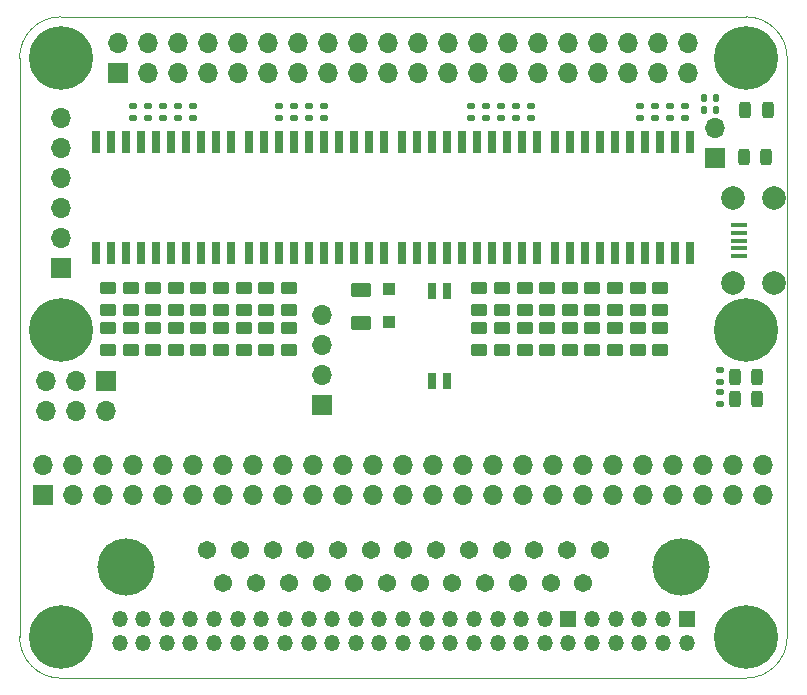
<source format=gts>
G04 #@! TF.GenerationSoftware,KiCad,Pcbnew,(6.0.4)*
G04 #@! TF.CreationDate,2022-09-08T15:32:11-05:00*
G04 #@! TF.ProjectId,rascsi_2p6,72617363-7369-45f3-9270-362e6b696361,rev?*
G04 #@! TF.SameCoordinates,PX59d60c0PY325aa00*
G04 #@! TF.FileFunction,Soldermask,Top*
G04 #@! TF.FilePolarity,Negative*
%FSLAX46Y46*%
G04 Gerber Fmt 4.6, Leading zero omitted, Abs format (unit mm)*
G04 Created by KiCad (PCBNEW (6.0.4)) date 2022-09-08 15:32:11*
%MOMM*%
%LPD*%
G01*
G04 APERTURE LIST*
G04 Aperture macros list*
%AMRoundRect*
0 Rectangle with rounded corners*
0 $1 Rounding radius*
0 $2 $3 $4 $5 $6 $7 $8 $9 X,Y pos of 4 corners*
0 Add a 4 corners polygon primitive as box body*
4,1,4,$2,$3,$4,$5,$6,$7,$8,$9,$2,$3,0*
0 Add four circle primitives for the rounded corners*
1,1,$1+$1,$2,$3*
1,1,$1+$1,$4,$5*
1,1,$1+$1,$6,$7*
1,1,$1+$1,$8,$9*
0 Add four rect primitives between the rounded corners*
20,1,$1+$1,$2,$3,$4,$5,0*
20,1,$1+$1,$4,$5,$6,$7,0*
20,1,$1+$1,$6,$7,$8,$9,0*
20,1,$1+$1,$8,$9,$2,$3,0*%
G04 Aperture macros list end*
G04 #@! TA.AperFunction,Profile*
%ADD10C,0.050000*%
G04 #@! TD*
%ADD11C,1.545000*%
%ADD12C,4.845000*%
%ADD13RoundRect,0.243750X0.243750X0.456250X-0.243750X0.456250X-0.243750X-0.456250X0.243750X-0.456250X0*%
%ADD14C,0.800000*%
%ADD15C,5.400000*%
%ADD16R,1.700000X1.700000*%
%ADD17O,1.700000X1.700000*%
%ADD18RoundRect,0.250000X-0.450000X0.262500X-0.450000X-0.262500X0.450000X-0.262500X0.450000X0.262500X0*%
%ADD19RoundRect,0.250000X-0.625000X0.375000X-0.625000X-0.375000X0.625000X-0.375000X0.625000X0.375000X0*%
%ADD20R,0.650000X1.950000*%
%ADD21RoundRect,0.135000X-0.135000X-0.185000X0.135000X-0.185000X0.135000X0.185000X-0.135000X0.185000X0*%
%ADD22RoundRect,0.135000X-0.185000X0.135000X-0.185000X-0.135000X0.185000X-0.135000X0.185000X0.135000X0*%
%ADD23RoundRect,0.250000X0.450000X-0.262500X0.450000X0.262500X-0.450000X0.262500X-0.450000X-0.262500X0*%
%ADD24R,0.750000X1.425000*%
%ADD25R,1.100000X1.100000*%
%ADD26R,1.400000X0.400000*%
%ADD27C,2.000000*%
%ADD28R,1.350000X1.350000*%
%ADD29O,1.350000X1.350000*%
G04 APERTURE END LIST*
D10*
X83800000Y10300000D02*
X141800000Y10300000D01*
X83800000Y-45696000D02*
X141800000Y-45696000D01*
X141800000Y-45696000D02*
G75*
G03*
X145300000Y-42196000I0J3500000D01*
G01*
X80300000Y6800000D02*
X80300000Y-42196000D01*
X145300000Y6800000D02*
G75*
G03*
X141800000Y10300000I-3500000J0D01*
G01*
X83800000Y10300000D02*
G75*
G03*
X80300000Y6800000I0J-3500000D01*
G01*
X80300000Y-42196000D02*
G75*
G03*
X83800000Y-45696000I3500000J0D01*
G01*
X145300000Y6800000D02*
X145300000Y-42196000D01*
D11*
X129421600Y-34830000D03*
X126651600Y-34830000D03*
X123881600Y-34830000D03*
X121111600Y-34830000D03*
X118341600Y-34830000D03*
X115571600Y-34830000D03*
X112801600Y-34830000D03*
X110031600Y-34830000D03*
X107261600Y-34830000D03*
X104491600Y-34830000D03*
X101721600Y-34830000D03*
X98951600Y-34830000D03*
X96181600Y-34830000D03*
X128036600Y-37670000D03*
X125266600Y-37670000D03*
X122496600Y-37670000D03*
X119726600Y-37670000D03*
X116956600Y-37670000D03*
X114186600Y-37670000D03*
X111416600Y-37670000D03*
X108646600Y-37670000D03*
X105876600Y-37670000D03*
X103106600Y-37670000D03*
X100336600Y-37670000D03*
X97566600Y-37670000D03*
D12*
X136321600Y-36250000D03*
X89281600Y-36250000D03*
D13*
X142767000Y-22066500D03*
X140892000Y-22066500D03*
X143641000Y2381000D03*
X141766000Y2381000D03*
X143529000Y-1556000D03*
X141654000Y-1556000D03*
D14*
X85825000Y6800000D03*
X82368109Y5368109D03*
X83800000Y8825000D03*
D15*
X83800000Y6800000D03*
D14*
X83800000Y4775000D03*
X85231891Y5368109D03*
X81775000Y6800000D03*
X85231891Y8231891D03*
X82368109Y8231891D03*
X83800000Y-18225000D03*
X81775000Y-16200000D03*
X85231891Y-17631891D03*
X82368109Y-14768109D03*
X85231891Y-14768109D03*
D15*
X83800000Y-16200000D03*
D14*
X85825000Y-16200000D03*
X82368109Y-17631891D03*
X83800000Y-14175000D03*
X85231891Y-40768109D03*
X83800000Y-44225000D03*
X82368109Y-40768109D03*
X81775000Y-42200000D03*
X85231891Y-43631891D03*
X83800000Y-40175000D03*
X82368109Y-43631891D03*
X85825000Y-42200000D03*
D15*
X83800000Y-42200000D03*
D16*
X83810000Y-10980000D03*
D17*
X83810000Y-8440000D03*
X83810000Y-5900000D03*
X83810000Y-3360000D03*
X83810000Y-820000D03*
X83810000Y1720000D03*
D14*
X141800000Y-18225000D03*
X140368109Y-17631891D03*
D15*
X141800000Y-16200000D03*
D14*
X143825000Y-16200000D03*
X141800000Y-14175000D03*
X143231891Y-17631891D03*
X143231891Y-14768109D03*
X139775000Y-16200000D03*
X140368109Y-14768109D03*
X141800000Y-40175000D03*
X143825000Y-42200000D03*
X140368109Y-43631891D03*
D15*
X141800000Y-42200000D03*
D14*
X141800000Y-44225000D03*
X140368109Y-40768109D03*
X143231891Y-40768109D03*
X143231891Y-43631891D03*
X139775000Y-42200000D03*
X143825000Y6800000D03*
X143231891Y5368109D03*
X141800000Y8825000D03*
X140368109Y5368109D03*
D15*
X141800000Y6800000D03*
D14*
X140368109Y8231891D03*
X141800000Y4775000D03*
X143231891Y8231891D03*
X139775000Y6800000D03*
D18*
X126890000Y-12687500D03*
X126890000Y-14512500D03*
D19*
X109250000Y-12800000D03*
X109250000Y-15600000D03*
D20*
X99729000Y-9710000D03*
X100999000Y-9710000D03*
X102269000Y-9710000D03*
X103539000Y-9710000D03*
X104809000Y-9710000D03*
X106079000Y-9710000D03*
X107349000Y-9710000D03*
X108619000Y-9710000D03*
X109889000Y-9710000D03*
X111159000Y-9710000D03*
X111159000Y-260000D03*
X109889000Y-260000D03*
X108619000Y-260000D03*
X107349000Y-260000D03*
X106079000Y-260000D03*
X104809000Y-260000D03*
X103539000Y-260000D03*
X102269000Y-260000D03*
X100999000Y-260000D03*
X99729000Y-260000D03*
X124113000Y-260000D03*
X122843000Y-260000D03*
X121573000Y-260000D03*
X120303000Y-260000D03*
X119033000Y-260000D03*
X117763000Y-260000D03*
X116493000Y-260000D03*
X115223000Y-260000D03*
X113953000Y-260000D03*
X112683000Y-260000D03*
X112683000Y-9710000D03*
X113953000Y-9710000D03*
X115223000Y-9710000D03*
X116493000Y-9710000D03*
X117763000Y-9710000D03*
X119033000Y-9710000D03*
X120303000Y-9710000D03*
X121573000Y-9710000D03*
X122843000Y-9710000D03*
X124113000Y-9710000D03*
D21*
X138248500Y3460500D03*
X139268500Y3460500D03*
D22*
X139607000Y-21493000D03*
X139607000Y-22513000D03*
X132812500Y2741000D03*
X132812500Y1721000D03*
X134082500Y2741000D03*
X134082500Y1721000D03*
X135352500Y2741000D03*
X135352500Y1721000D03*
X118525000Y2741000D03*
X118525000Y1721000D03*
X121065000Y2741000D03*
X121065000Y1721000D03*
X122335000Y2741000D03*
X122335000Y1721000D03*
X123605000Y2741000D03*
X123605000Y1721000D03*
X91220000Y2741000D03*
X91220000Y1721000D03*
X92490000Y2741000D03*
X92490000Y1721000D03*
X102269000Y2741000D03*
X102269000Y1721000D03*
X103539000Y2741000D03*
X103539000Y1721000D03*
X104809000Y2741000D03*
X104809000Y1721000D03*
X106079000Y2741000D03*
X106079000Y1721000D03*
D18*
X128802500Y-12687500D03*
X128802500Y-14512500D03*
X130715000Y-12687500D03*
X130715000Y-14512500D03*
X132627500Y-12687500D03*
X132627500Y-14512500D03*
X134540000Y-12687500D03*
X134540000Y-14512500D03*
X119240000Y-12687500D03*
X119240000Y-14512500D03*
X121152500Y-12687500D03*
X121152500Y-14512500D03*
X123065000Y-12687500D03*
X123065000Y-14512500D03*
X124977500Y-12687500D03*
X124977500Y-14512500D03*
X91625000Y-12687500D03*
X91625000Y-14512500D03*
X93537500Y-12687500D03*
X93537500Y-14512500D03*
X95450000Y-12687500D03*
X95450000Y-14512500D03*
X97362500Y-12687500D03*
X97362500Y-14512500D03*
X99275000Y-12687500D03*
X99275000Y-14512500D03*
X101187500Y-12687500D03*
X101187500Y-14512500D03*
X103100000Y-12687500D03*
X103100000Y-14512500D03*
D23*
X128802500Y-17912500D03*
X128802500Y-16087500D03*
X130715000Y-17912500D03*
X130715000Y-16087500D03*
X132627500Y-17912500D03*
X132627500Y-16087500D03*
X134540000Y-17912500D03*
X134540000Y-16087500D03*
X119240000Y-17912500D03*
X119240000Y-16087500D03*
X121152500Y-17912500D03*
X121152500Y-16087500D03*
X123065000Y-17912500D03*
X123065000Y-16087500D03*
X124977500Y-17912500D03*
X124977500Y-16087500D03*
X126890000Y-17912500D03*
X126890000Y-16087500D03*
X87800000Y-17912500D03*
X87800000Y-16087500D03*
X89712500Y-17912500D03*
X89712500Y-16087500D03*
X91625000Y-17912500D03*
X91625000Y-16087500D03*
X93537500Y-17912500D03*
X93537500Y-16087500D03*
X95450000Y-17912500D03*
X95450000Y-16087500D03*
X97362500Y-17912500D03*
X97362500Y-16087500D03*
X99275000Y-17912500D03*
X99275000Y-16087500D03*
X101187500Y-17912500D03*
X101187500Y-16087500D03*
X103100000Y-17912500D03*
X103100000Y-16087500D03*
D22*
X95030000Y2741000D03*
X95030000Y1721000D03*
X89950000Y2741000D03*
X89950000Y1721000D03*
X93760000Y2741000D03*
X93760000Y1721000D03*
D18*
X87800000Y-12687500D03*
X87800000Y-14512500D03*
X89712500Y-12687500D03*
X89712500Y-14512500D03*
D20*
X137067000Y-260000D03*
X135797000Y-260000D03*
X134527000Y-260000D03*
X133257000Y-260000D03*
X131987000Y-260000D03*
X130717000Y-260000D03*
X129447000Y-260000D03*
X128177000Y-260000D03*
X126907000Y-260000D03*
X125637000Y-260000D03*
X125637000Y-9710000D03*
X126907000Y-9710000D03*
X128177000Y-9710000D03*
X129447000Y-9710000D03*
X130717000Y-9710000D03*
X131987000Y-9710000D03*
X133257000Y-9710000D03*
X134527000Y-9710000D03*
X135797000Y-9710000D03*
X137067000Y-9710000D03*
D22*
X139607000Y-19588000D03*
X139607000Y-20608000D03*
D24*
X116515000Y-12887500D03*
X115245000Y-12887500D03*
X115245000Y-20511500D03*
X116515000Y-20511500D03*
D25*
X111570000Y-12725000D03*
X111570000Y-15525000D03*
D20*
X86775000Y-9710000D03*
X88045000Y-9710000D03*
X89315000Y-9710000D03*
X90585000Y-9710000D03*
X91855000Y-9710000D03*
X93125000Y-9710000D03*
X94395000Y-9710000D03*
X95665000Y-9710000D03*
X96935000Y-9710000D03*
X98205000Y-9710000D03*
X98205000Y-260000D03*
X96935000Y-260000D03*
X95665000Y-260000D03*
X94395000Y-260000D03*
X93125000Y-260000D03*
X91855000Y-260000D03*
X90585000Y-260000D03*
X89315000Y-260000D03*
X88045000Y-260000D03*
X86775000Y-260000D03*
D13*
X142767000Y-20161500D03*
X140892000Y-20161500D03*
D21*
X138248500Y2444500D03*
X139268500Y2444500D03*
D26*
X141205000Y-9960000D03*
X141205000Y-9310000D03*
X141205000Y-8660000D03*
X141205000Y-8010000D03*
X141205000Y-7360000D03*
D27*
X144155000Y-12235000D03*
X144155000Y-5085000D03*
X140705000Y-5085000D03*
X140705000Y-12235000D03*
D16*
X82266500Y-30194500D03*
D17*
X82266500Y-27654500D03*
X84806500Y-30194500D03*
X84806500Y-27654500D03*
X87346500Y-30194500D03*
X87346500Y-27654500D03*
X89886500Y-30194500D03*
X89886500Y-27654500D03*
X92426500Y-30194500D03*
X92426500Y-27654500D03*
X94966500Y-30194500D03*
X94966500Y-27654500D03*
X97506500Y-30194500D03*
X97506500Y-27654500D03*
X100046500Y-30194500D03*
X100046500Y-27654500D03*
X102586500Y-30194500D03*
X102586500Y-27654500D03*
X105126500Y-30194500D03*
X105126500Y-27654500D03*
X107666500Y-30194500D03*
X107666500Y-27654500D03*
X110206500Y-30194500D03*
X110206500Y-27654500D03*
X112746500Y-30194500D03*
X112746500Y-27654500D03*
X115286500Y-30194500D03*
X115286500Y-27654500D03*
X117826500Y-30194500D03*
X117826500Y-27654500D03*
X120366500Y-30194500D03*
X120366500Y-27654500D03*
X122906500Y-30194500D03*
X122906500Y-27654500D03*
X125446500Y-30194500D03*
X125446500Y-27654500D03*
X127986500Y-30194500D03*
X127986500Y-27654500D03*
X130526500Y-30194500D03*
X130526500Y-27654500D03*
X133066500Y-30194500D03*
X133066500Y-27654500D03*
X135606500Y-30194500D03*
X135606500Y-27654500D03*
X138146500Y-30194500D03*
X138146500Y-27654500D03*
X140686500Y-30194500D03*
X140686500Y-27654500D03*
X143226500Y-30194500D03*
X143226500Y-27654500D03*
D28*
X136772000Y-40688000D03*
D29*
X136772000Y-42688000D03*
X134772000Y-40688000D03*
X134772000Y-42688000D03*
X132772000Y-40688000D03*
X132772000Y-42688000D03*
X130772000Y-40688000D03*
X130772000Y-42688000D03*
X128772000Y-40688000D03*
X128772000Y-42688000D03*
D28*
X126772000Y-40688000D03*
D29*
X126772000Y-42688000D03*
X124772000Y-40688000D03*
X124772000Y-42688000D03*
X122772000Y-40688000D03*
X122772000Y-42688000D03*
X120772000Y-40688000D03*
X120772000Y-42688000D03*
X118772000Y-40688000D03*
X118772000Y-42688000D03*
X116772000Y-40688000D03*
X116772000Y-42688000D03*
X114772000Y-40688000D03*
X114772000Y-42688000D03*
X112772000Y-40688000D03*
X112772000Y-42688000D03*
X110772000Y-40688000D03*
X110772000Y-42688000D03*
X108772000Y-40688000D03*
X108772000Y-42688000D03*
X106772000Y-40688000D03*
X106772000Y-42688000D03*
X104772000Y-40688000D03*
X104772000Y-42688000D03*
X102772000Y-40688000D03*
X102772000Y-42688000D03*
X100772000Y-40688000D03*
X100772000Y-42688000D03*
X98772000Y-40688000D03*
X98772000Y-42688000D03*
X96772000Y-40688000D03*
X96772000Y-42688000D03*
X94772000Y-40688000D03*
X94772000Y-42688000D03*
X92772000Y-40688000D03*
X92772000Y-42688000D03*
X90772000Y-40688000D03*
X90772000Y-42688000D03*
X88772000Y-40688000D03*
X88772000Y-42688000D03*
D22*
X136622500Y2741000D03*
X136622500Y1721000D03*
X119795000Y2741000D03*
X119795000Y1721000D03*
D16*
X87610000Y-20500000D03*
D17*
X87610000Y-23040000D03*
X85070000Y-20500000D03*
X85070000Y-23040000D03*
X82530000Y-20500000D03*
X82530000Y-23040000D03*
D16*
X105870000Y-22580000D03*
D17*
X105870000Y-20040000D03*
X105870000Y-17500000D03*
X105870000Y-14960000D03*
D16*
X88670000Y5530000D03*
D17*
X88670000Y8070000D03*
X91210000Y5530000D03*
X91210000Y8070000D03*
X93750000Y5530000D03*
X93750000Y8070000D03*
X96290000Y5530000D03*
X96290000Y8070000D03*
X98830000Y5530000D03*
X98830000Y8070000D03*
X101370000Y5530000D03*
X101370000Y8070000D03*
X103910000Y5530000D03*
X103910000Y8070000D03*
X106450000Y5530000D03*
X106450000Y8070000D03*
X108990000Y5530000D03*
X108990000Y8070000D03*
X111530000Y5530000D03*
X111530000Y8070000D03*
X114070000Y5530000D03*
X114070000Y8070000D03*
X116610000Y5530000D03*
X116610000Y8070000D03*
X119150000Y5530000D03*
X119150000Y8070000D03*
X121690000Y5530000D03*
X121690000Y8070000D03*
X124230000Y5530000D03*
X124230000Y8070000D03*
X126770000Y5530000D03*
X126770000Y8070000D03*
X129310000Y5530000D03*
X129310000Y8070000D03*
X131850000Y5530000D03*
X131850000Y8070000D03*
X134390000Y5530000D03*
X134390000Y8070000D03*
X136930000Y5530000D03*
X136930000Y8070000D03*
D16*
X139226000Y-1683000D03*
D17*
X139226000Y857000D03*
M02*

</source>
